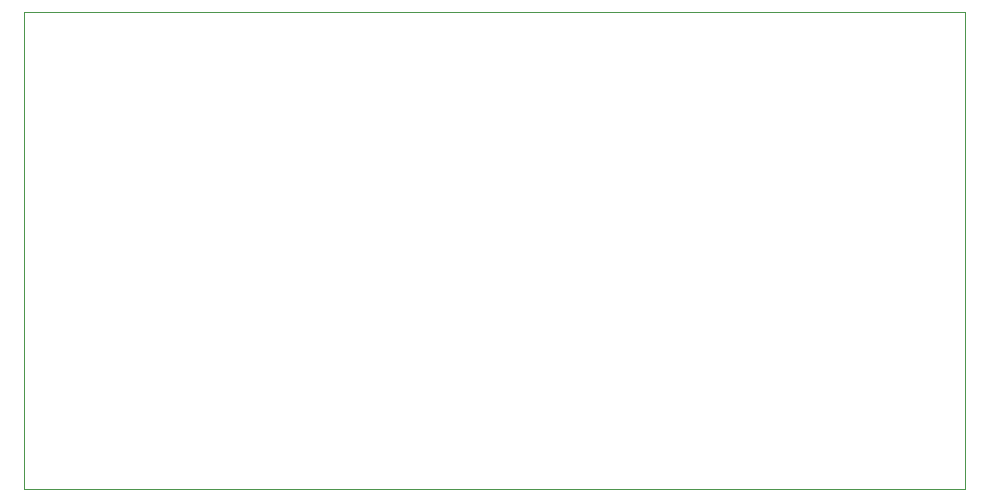
<source format=gm1>
G04 #@! TF.GenerationSoftware,KiCad,Pcbnew,5.1.4*
G04 #@! TF.CreationDate,2019-08-23T15:49:18-05:00*
G04 #@! TF.ProjectId,first_keyboard,66697273-745f-46b6-9579-626f6172642e,rev?*
G04 #@! TF.SameCoordinates,Original*
G04 #@! TF.FileFunction,Profile,NP*
%FSLAX46Y46*%
G04 Gerber Fmt 4.6, Leading zero omitted, Abs format (unit mm)*
G04 Created by KiCad (PCBNEW 5.1.4) date 2019-08-23 15:49:18*
%MOMM*%
%LPD*%
G04 APERTURE LIST*
%ADD10C,0.100000*%
G04 APERTURE END LIST*
D10*
X87000000Y-78562500D02*
X166687500Y-78562500D01*
X87000000Y-118968750D02*
X87000000Y-78562500D01*
X166687500Y-118968750D02*
X87000000Y-118968750D01*
X166687500Y-78562500D02*
X166687500Y-118968750D01*
M02*

</source>
